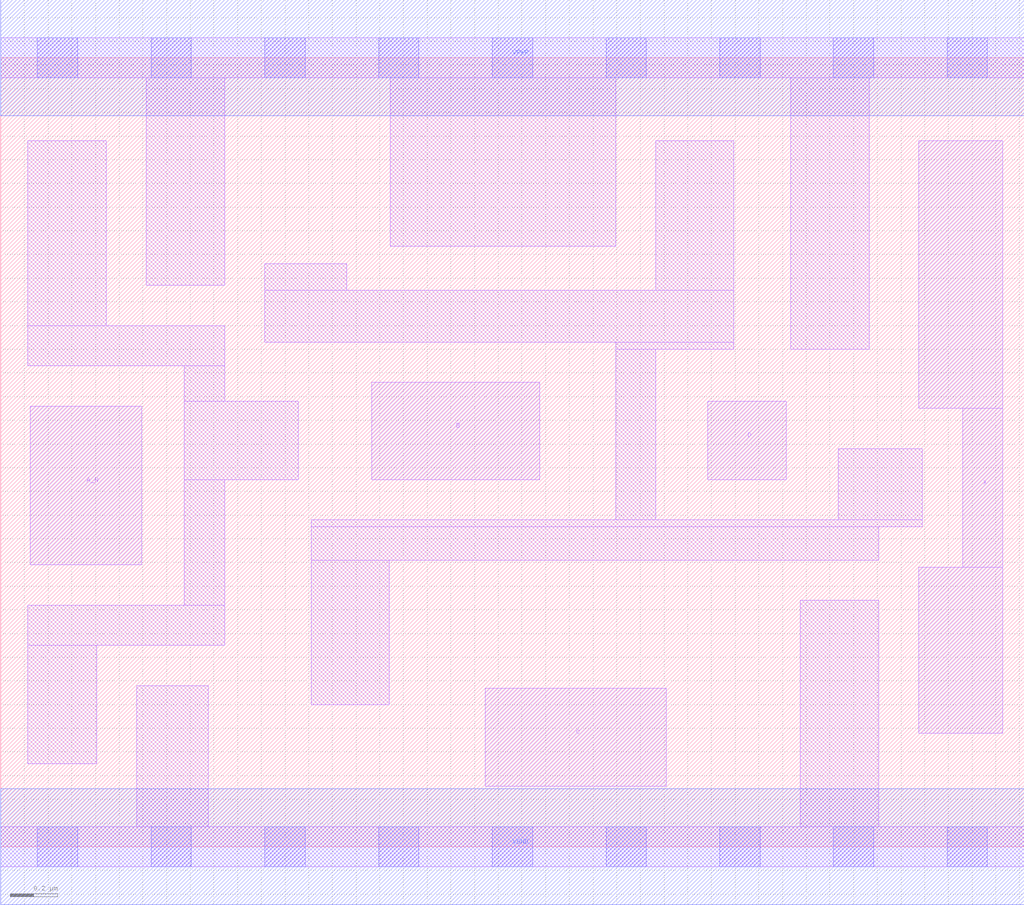
<source format=lef>
# Copyright 2020 The SkyWater PDK Authors
#
# Licensed under the Apache License, Version 2.0 (the "License");
# you may not use this file except in compliance with the License.
# You may obtain a copy of the License at
#
#     https://www.apache.org/licenses/LICENSE-2.0
#
# Unless required by applicable law or agreed to in writing, software
# distributed under the License is distributed on an "AS IS" BASIS,
# WITHOUT WARRANTIES OR CONDITIONS OF ANY KIND, either express or implied.
# See the License for the specific language governing permissions and
# limitations under the License.
#
# SPDX-License-Identifier: Apache-2.0

VERSION 5.7 ;
  NAMESCASESENSITIVE ON ;
  NOWIREEXTENSIONATPIN ON ;
  DIVIDERCHAR "/" ;
  BUSBITCHARS "[]" ;
UNITS
  DATABASE MICRONS 200 ;
END UNITS
MACRO sky130_fd_sc_ms__and4b_1
  CLASS CORE ;
  FOREIGN sky130_fd_sc_ms__and4b_1 ;
  ORIGIN  0.000000  0.000000 ;
  SIZE  4.320000 BY  3.330000 ;
  SYMMETRY X Y ;
  SITE unit ;
  PIN A_N
    ANTENNAGATEAREA  0.233700 ;
    DIRECTION INPUT ;
    USE SIGNAL ;
    PORT
      LAYER li1 ;
        RECT 0.125000 1.190000 0.595000 1.860000 ;
    END
  END A_N
  PIN B
    ANTENNAGATEAREA  0.247200 ;
    DIRECTION INPUT ;
    USE SIGNAL ;
    PORT
      LAYER li1 ;
        RECT 1.565000 1.550000 2.275000 1.960000 ;
    END
  END B
  PIN C
    ANTENNAGATEAREA  0.247200 ;
    DIRECTION INPUT ;
    USE SIGNAL ;
    PORT
      LAYER li1 ;
        RECT 2.045000 0.255000 2.810000 0.670000 ;
    END
  END C
  PIN D
    ANTENNAGATEAREA  0.247200 ;
    DIRECTION INPUT ;
    USE SIGNAL ;
    PORT
      LAYER li1 ;
        RECT 2.985000 1.550000 3.315000 1.880000 ;
    END
  END D
  PIN X
    ANTENNADIFFAREA  0.524500 ;
    DIRECTION OUTPUT ;
    USE SIGNAL ;
    PORT
      LAYER li1 ;
        RECT 3.875000 0.480000 4.230000 1.180000 ;
        RECT 3.875000 1.850000 4.230000 2.980000 ;
        RECT 4.060000 1.180000 4.230000 1.850000 ;
    END
  END X
  PIN VGND
    DIRECTION INOUT ;
    USE GROUND ;
    PORT
      LAYER met1 ;
        RECT 0.000000 -0.245000 4.320000 0.245000 ;
    END
  END VGND
  PIN VPWR
    DIRECTION INOUT ;
    USE POWER ;
    PORT
      LAYER met1 ;
        RECT 0.000000 3.085000 4.320000 3.575000 ;
    END
  END VPWR
  OBS
    LAYER li1 ;
      RECT 0.000000 -0.085000 4.320000 0.085000 ;
      RECT 0.000000  3.245000 4.320000 3.415000 ;
      RECT 0.115000  0.350000 0.405000 0.850000 ;
      RECT 0.115000  0.850000 0.945000 1.020000 ;
      RECT 0.115000  2.030000 0.945000 2.200000 ;
      RECT 0.115000  2.200000 0.445000 2.980000 ;
      RECT 0.575000  0.085000 0.875000 0.680000 ;
      RECT 0.615000  2.370000 0.945000 3.245000 ;
      RECT 0.775000  1.020000 0.945000 1.550000 ;
      RECT 0.775000  1.550000 1.255000 1.880000 ;
      RECT 0.775000  1.880000 0.945000 2.030000 ;
      RECT 1.115000  2.130000 3.095000 2.350000 ;
      RECT 1.115000  2.350000 1.460000 2.460000 ;
      RECT 1.310000  0.600000 1.640000 1.210000 ;
      RECT 1.310000  1.210000 3.705000 1.350000 ;
      RECT 1.310000  1.350000 3.890000 1.380000 ;
      RECT 1.645000  2.535000 2.595000 3.245000 ;
      RECT 2.595000  1.380000 2.765000 2.100000 ;
      RECT 2.595000  2.100000 3.095000 2.130000 ;
      RECT 2.765000  2.350000 3.095000 2.980000 ;
      RECT 3.335000  2.100000 3.665000 3.245000 ;
      RECT 3.375000  0.085000 3.705000 1.040000 ;
      RECT 3.535000  1.380000 3.890000 1.680000 ;
    LAYER mcon ;
      RECT 0.155000 -0.085000 0.325000 0.085000 ;
      RECT 0.155000  3.245000 0.325000 3.415000 ;
      RECT 0.635000 -0.085000 0.805000 0.085000 ;
      RECT 0.635000  3.245000 0.805000 3.415000 ;
      RECT 1.115000 -0.085000 1.285000 0.085000 ;
      RECT 1.115000  3.245000 1.285000 3.415000 ;
      RECT 1.595000 -0.085000 1.765000 0.085000 ;
      RECT 1.595000  3.245000 1.765000 3.415000 ;
      RECT 2.075000 -0.085000 2.245000 0.085000 ;
      RECT 2.075000  3.245000 2.245000 3.415000 ;
      RECT 2.555000 -0.085000 2.725000 0.085000 ;
      RECT 2.555000  3.245000 2.725000 3.415000 ;
      RECT 3.035000 -0.085000 3.205000 0.085000 ;
      RECT 3.035000  3.245000 3.205000 3.415000 ;
      RECT 3.515000 -0.085000 3.685000 0.085000 ;
      RECT 3.515000  3.245000 3.685000 3.415000 ;
      RECT 3.995000 -0.085000 4.165000 0.085000 ;
      RECT 3.995000  3.245000 4.165000 3.415000 ;
  END
END sky130_fd_sc_ms__and4b_1
END LIBRARY

</source>
